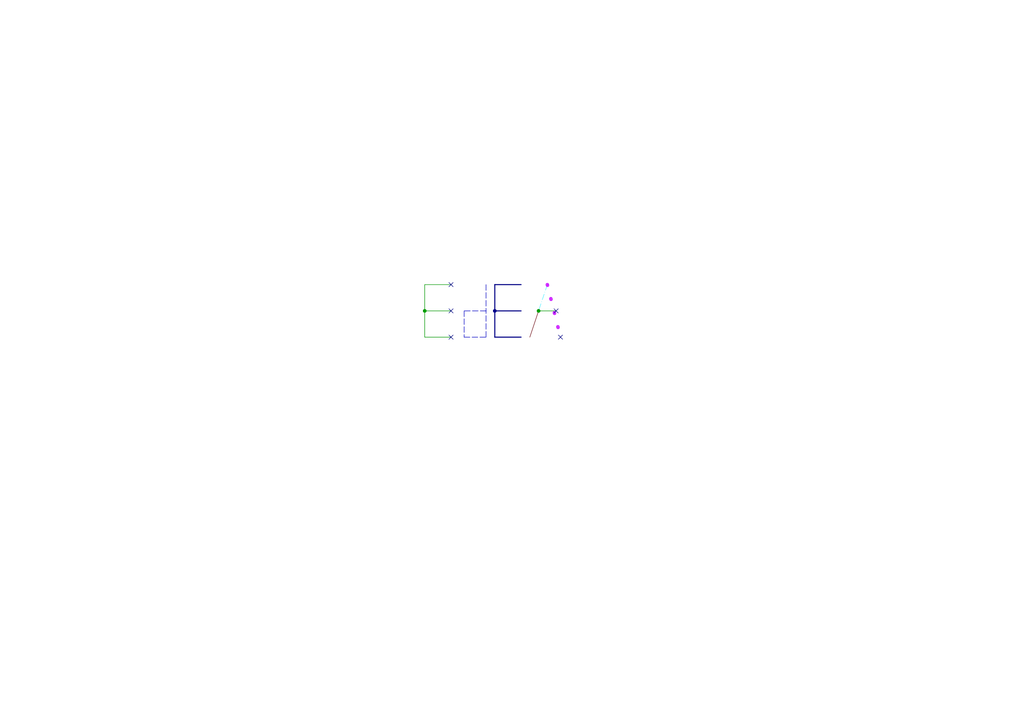
<source format=kicad_sch>
(kicad_sch (version 20211123) (generator eeschema)
  (paper "A4")
  (lib_symbols)
  (junction (at 143.51 90.17))
  (junction (at 123.19 90.17))
  (junction (at 156.21 90.17))
  (no_connect (at 130.81 82.55))
  (no_connect (at 130.81 90.17))
  (no_connect (at 130.81 97.79))
  (no_connect (at 161.29 90.17))
  (no_connect (at 162.56 97.79))
  (polyline (pts (xy 134.62 97.79) (xy 140.97 97.79)))
  (wire (pts (xy 123.19 90.17) (xy 123.19 97.79)))
  (wire (pts (xy 123.19 82.55) (xy 123.19 90.17)))
  (wire (pts (xy 123.19 97.79) (xy 130.81 97.79)))
  (bus (pts (xy 143.51 97.79) (xy 151.13 97.79)))
  (bus (pts (xy 143.51 90.17) (xy 143.51 97.79)))
  (wire (pts (xy 156.21 90.17) (xy 153.67 97.79)) (stroke (width 0) (color 115 23 31 0.53)))
  (polyline (pts (xy 134.62 90.17) (xy 134.62 97.79)))
  (wire (pts (xy 156.21 90.17) (xy 161.29 90.17)))
  (bus (pts (xy 143.51 90.17) (xy 151.13 90.17)))
  (bus (pts (xy 143.51 82.55) (xy 143.51 90.17)))
  (wire (pts (xy 158.75 82.55) (xy 156.21 90.17)) (stroke (width 0) (type dash_dot) (color 89 240 255 1)))
  (polyline (pts (xy 140.97 82.55) (xy 140.97 90.17)))
  (polyline (pts (xy 140.97 97.79) (xy 140.97 90.17)))
  (wire (pts (xy 123.19 82.55) (xy 130.81 82.55)))
  (polyline (pts (xy 140.97 90.17) (xy 134.62 90.17)))
  (bus (pts (xy 143.51 82.55) (xy 151.13 82.55)))
  (wire (pts (xy 123.19 90.17) (xy 130.81 90.17)))
  (wire (pts (xy 158.75 82.55) (xy 162.56 97.79)) (stroke (width 1) (type dot) (color 200 37 255 0.28)))
)
</source>
